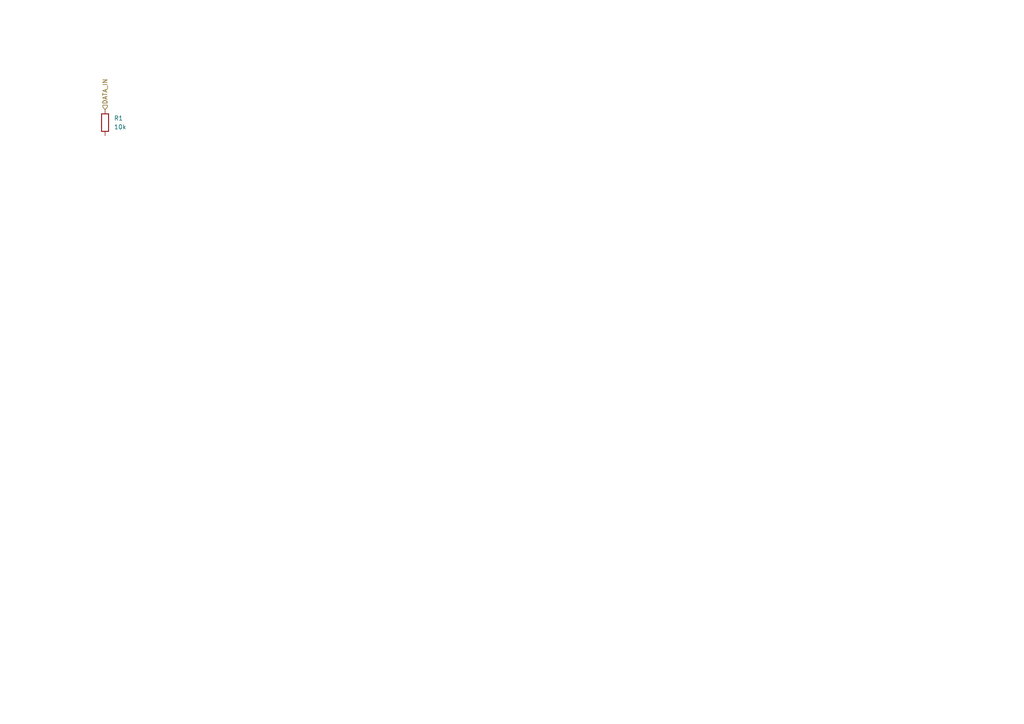
<source format=kicad_sch>
(kicad_sch (version 20250114) (generator "circuit_synth") (generator_version "0.8.36")
  (paper "A4")
  (title_block (title "spi_subcircuit"))
  (lib_symbols
    (symbol "Device:R" (pin_numbers (hide yes)) (pin_names (offset 0))
      (property "Reference" "R" (at 2.032 0 90))
      (property "Value" "R" (at 0 0 90))
      (symbol "R_0_1"
        (rectangle (start -1.016 -2.54) (end 1.016 2.54) (stroke (width 0.254)))
      )
      (symbol "R_1_1"
        (pin passive line (at 0 3.81 270) (length 1.27) (name "~") (number "1"))
        (pin passive line (at 0 -3.81 90) (length 1.27) (name "~") (number "2"))
      )
    )
  )
  (symbol (lib_id "Device:R") (at 30.48 35.56 0) (unit 1)
    (property "Reference" "R1" (at 33.02 34.2899 0) (effects (justify left)))
    (property "Value" "10k" (at 33.02 36.8299 0) (effects (justify left)))
    (property "Footprint" "Resistor_SMD:R_0603_1608Metric" (effects (hide yes)))
    (property "hierarchy_path" "/103f0851-195b-45c6-93f7-3826bd7b6abb/dfc6c1ee-1690-4c34-a4d1-090f8ca07422" (effects (hide yes)))
    (property "project_name" "spi_subcircuit" (effects (hide yes)))
    (property "root_uuid" "103f0851-195b-45c6-93f7-3826bd7b6abb" (effects (hide yes)))
  )
  (hierarchical_label "DATA_IN" (shape input) (at 30.48 31.75 90))
)
</source>
